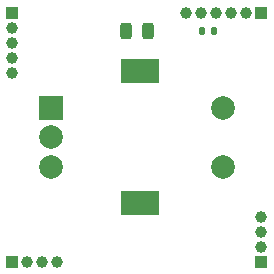
<source format=gts>
%TF.GenerationSoftware,KiCad,Pcbnew,9.0.5-1.fc42*%
%TF.CreationDate,2025-12-03T04:58:23+01:00*%
%TF.ProjectId,Block-RotaryEncoder-Button,426c6f63-6b2d-4526-9f74-617279456e63,1*%
%TF.SameCoordinates,Original*%
%TF.FileFunction,Soldermask,Top*%
%TF.FilePolarity,Negative*%
%FSLAX46Y46*%
G04 Gerber Fmt 4.6, Leading zero omitted, Abs format (unit mm)*
G04 Created by KiCad (PCBNEW 9.0.5-1.fc42) date 2025-12-03 04:58:23*
%MOMM*%
%LPD*%
G01*
G04 APERTURE LIST*
G04 Aperture macros list*
%AMRoundRect*
0 Rectangle with rounded corners*
0 $1 Rounding radius*
0 $2 $3 $4 $5 $6 $7 $8 $9 X,Y pos of 4 corners*
0 Add a 4 corners polygon primitive as box body*
4,1,4,$2,$3,$4,$5,$6,$7,$8,$9,$2,$3,0*
0 Add four circle primitives for the rounded corners*
1,1,$1+$1,$2,$3*
1,1,$1+$1,$4,$5*
1,1,$1+$1,$6,$7*
1,1,$1+$1,$8,$9*
0 Add four rect primitives between the rounded corners*
20,1,$1+$1,$2,$3,$4,$5,0*
20,1,$1+$1,$4,$5,$6,$7,0*
20,1,$1+$1,$6,$7,$8,$9,0*
20,1,$1+$1,$8,$9,$2,$3,0*%
G04 Aperture macros list end*
%ADD10R,2.000000X2.000000*%
%ADD11C,2.000000*%
%ADD12R,3.200000X2.000000*%
%ADD13RoundRect,0.243750X-0.243750X-0.456250X0.243750X-0.456250X0.243750X0.456250X-0.243750X0.456250X0*%
%ADD14RoundRect,0.135000X0.135000X0.185000X-0.135000X0.185000X-0.135000X-0.185000X0.135000X-0.185000X0*%
%ADD15R,1.000000X1.000000*%
%ADD16C,1.000000*%
G04 APERTURE END LIST*
D10*
%TO.C,SW1*%
X131815000Y-111165000D03*
D11*
X131815000Y-116165000D03*
X131815000Y-113665000D03*
D12*
X139315000Y-108065000D03*
X139315000Y-119265000D03*
D11*
X146315000Y-116165000D03*
X146315000Y-111165000D03*
%TD*%
D13*
%TO.C,D1*%
X138127500Y-104698800D03*
X140002500Y-104698800D03*
%TD*%
D14*
%TO.C,R1*%
X145571400Y-104698800D03*
X144551400Y-104698800D03*
%TD*%
D15*
%TO.C,J4*%
X128525000Y-124205000D03*
D16*
X129795000Y-124205000D03*
X131065000Y-124205000D03*
X132335000Y-124205000D03*
%TD*%
D15*
%TO.C,J2*%
X149605000Y-124205000D03*
D16*
X149605000Y-122935000D03*
X149605000Y-121665000D03*
X149605000Y-120395000D03*
%TD*%
D15*
%TO.C,J1*%
X128525000Y-103125000D03*
D16*
X128525000Y-104395000D03*
X128525000Y-105665000D03*
X128525000Y-106935000D03*
X128525000Y-108205000D03*
%TD*%
D15*
%TO.C,J3*%
X149605000Y-103125000D03*
D16*
X148335000Y-103125000D03*
X147065000Y-103125000D03*
X145795000Y-103125000D03*
X144525000Y-103125000D03*
X143255000Y-103125000D03*
%TD*%
M02*

</source>
